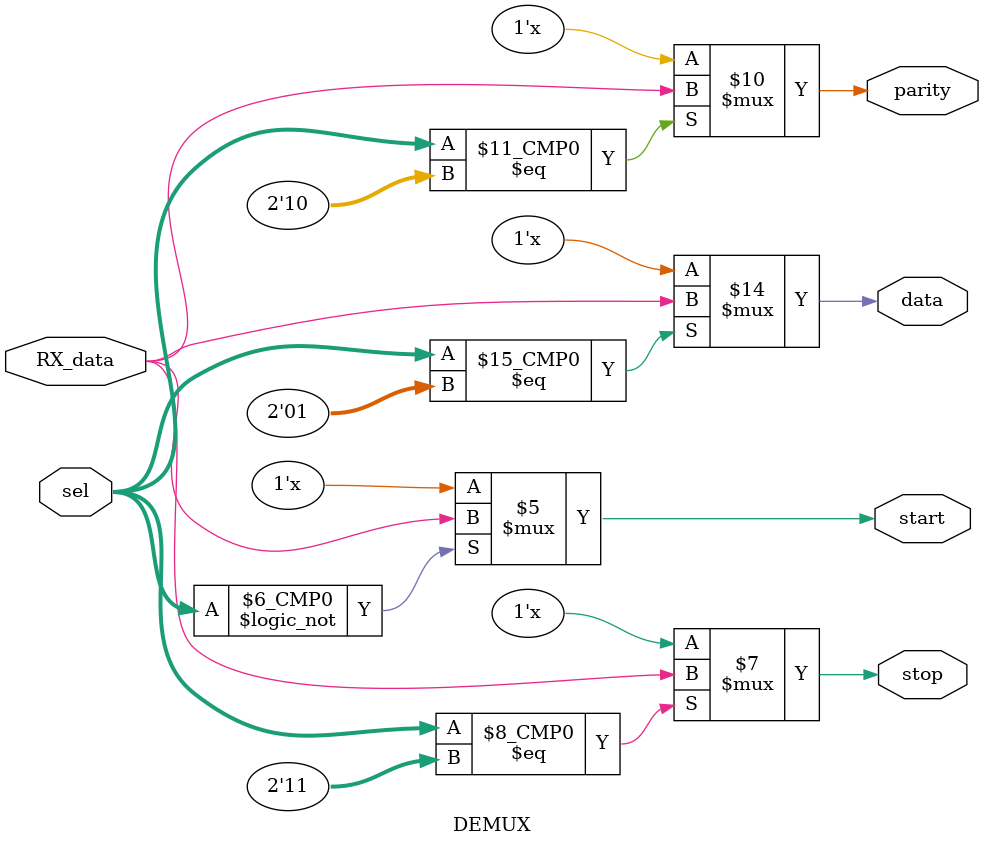
<source format=v>
`timescale 1ns / 1ps

module DEMUX(input RX_data,
             input [1:0] sel,
             output reg start, data, parity, stop);
             
     parameter START = 2'b00,
                DATA = 2'b01,
                PARITY = 2'b10,
                STOP = 2'b11;
             
    always@(*)
        begin
            case(sel)
                
                START : start <= RX_data;
                DATA : data <= RX_data;
                PARITY : parity <= RX_data;
                STOP : stop <= RX_data;
                default : {start,data,parity,stop} = 0;
            endcase
        end                     
endmodule

</source>
